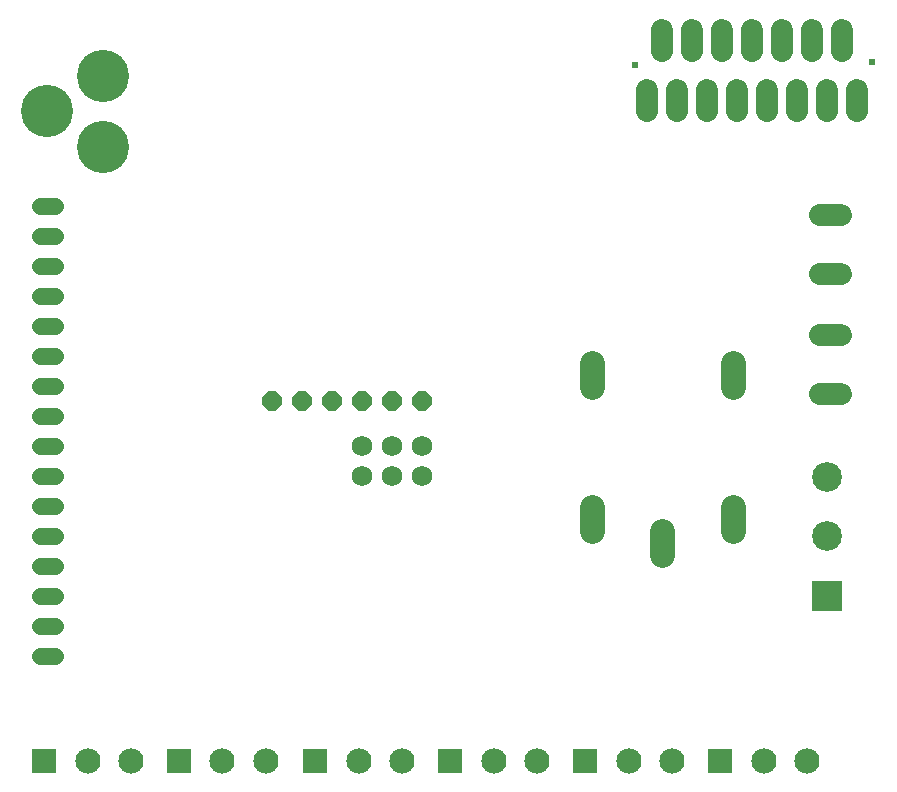
<source format=gbs>
G75*
%MOIN*%
%OFA0B0*%
%FSLAX25Y25*%
%IPPOS*%
%LPD*%
%AMOC8*
5,1,8,0,0,1.08239X$1,22.5*
%
%ADD10C,0.02400*%
%ADD11OC8,0.06400*%
%ADD12C,0.07487*%
%ADD13C,0.06800*%
%ADD14C,0.17400*%
%ADD15R,0.09900X0.09900*%
%ADD16C,0.09900*%
%ADD17C,0.07450*%
%ADD18C,0.08200*%
%ADD19R,0.08400X0.08400*%
%ADD20C,0.08400*%
%ADD21C,0.05600*%
D10*
X0210167Y0248800D03*
X0289167Y0249800D03*
D11*
X0139167Y0136800D03*
X0129167Y0136800D03*
X0119167Y0136800D03*
X0109167Y0136800D03*
X0099167Y0136800D03*
X0089167Y0136800D03*
D12*
X0214167Y0233257D02*
X0214167Y0240343D01*
X0224167Y0240343D02*
X0224167Y0233257D01*
X0234167Y0233257D02*
X0234167Y0240343D01*
X0244167Y0240343D02*
X0244167Y0233257D01*
X0254167Y0233257D02*
X0254167Y0240343D01*
X0264167Y0240343D02*
X0264167Y0233257D01*
X0274167Y0233257D02*
X0274167Y0240343D01*
X0284167Y0240343D02*
X0284167Y0233257D01*
X0279167Y0253257D02*
X0279167Y0260343D01*
X0269167Y0260343D02*
X0269167Y0253257D01*
X0259167Y0253257D02*
X0259167Y0260343D01*
X0249167Y0260343D02*
X0249167Y0253257D01*
X0239167Y0253257D02*
X0239167Y0260343D01*
X0229167Y0260343D02*
X0229167Y0253257D01*
X0219167Y0253257D02*
X0219167Y0260343D01*
D13*
X0139167Y0121800D03*
X0139167Y0111800D03*
X0129167Y0111800D03*
X0119167Y0111800D03*
X0119167Y0121800D03*
X0129167Y0121800D03*
D14*
X0032667Y0221363D03*
X0014163Y0233174D03*
X0032667Y0244985D03*
D15*
X0274167Y0071800D03*
D16*
X0274167Y0091485D03*
X0274167Y0111170D03*
D17*
X0271642Y0138957D02*
X0278692Y0138957D01*
X0278692Y0158643D02*
X0271642Y0158643D01*
X0271642Y0178957D02*
X0278692Y0178957D01*
X0278692Y0198643D02*
X0271642Y0198643D01*
D18*
X0242667Y0149200D02*
X0242667Y0141400D01*
X0242667Y0101200D02*
X0242667Y0093400D01*
X0219167Y0093200D02*
X0219167Y0085400D01*
X0195667Y0093400D02*
X0195667Y0101200D01*
X0195667Y0141400D02*
X0195667Y0149200D01*
D19*
X0013167Y0016800D03*
X0057967Y0016800D03*
X0103467Y0016800D03*
X0148467Y0016800D03*
X0193467Y0016800D03*
X0238467Y0016800D03*
D20*
X0252946Y0016800D03*
X0267426Y0016800D03*
X0222426Y0016800D03*
X0207946Y0016800D03*
X0177426Y0016800D03*
X0162946Y0016800D03*
X0132426Y0016800D03*
X0117946Y0016800D03*
X0086926Y0016800D03*
X0072446Y0016800D03*
X0042126Y0016800D03*
X0027646Y0016800D03*
D21*
X0016767Y0051800D02*
X0011567Y0051800D01*
X0011567Y0061800D02*
X0016767Y0061800D01*
X0016767Y0071800D02*
X0011567Y0071800D01*
X0011567Y0081800D02*
X0016767Y0081800D01*
X0016767Y0091800D02*
X0011567Y0091800D01*
X0011567Y0101800D02*
X0016767Y0101800D01*
X0016767Y0111800D02*
X0011567Y0111800D01*
X0011567Y0121800D02*
X0016767Y0121800D01*
X0016767Y0131800D02*
X0011567Y0131800D01*
X0011567Y0141800D02*
X0016767Y0141800D01*
X0016767Y0151800D02*
X0011567Y0151800D01*
X0011567Y0161800D02*
X0016767Y0161800D01*
X0016767Y0171800D02*
X0011567Y0171800D01*
X0011567Y0181800D02*
X0016767Y0181800D01*
X0016767Y0191800D02*
X0011567Y0191800D01*
X0011567Y0201800D02*
X0016767Y0201800D01*
M02*

</source>
